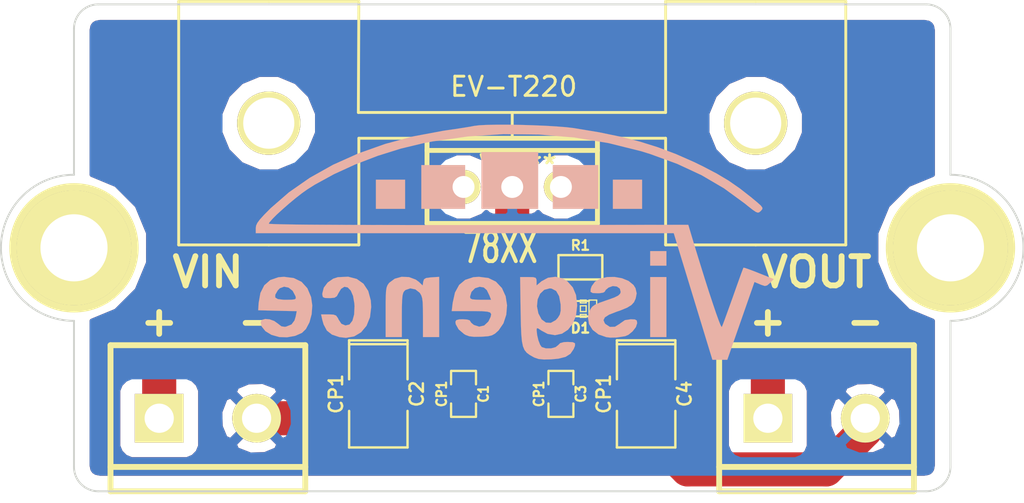
<source format=kicad_pcb>
(kicad_pcb (version 3) (host pcbnew "(2014-03-07 BZR 4737)-product")

  (general
    (links 15)
    (no_connects 0)
    (area 17.729999 17.933599 71.170001 44.450001)
    (thickness 1.6)
    (drawings 18)
    (tracks 42)
    (zones 0)
    (modules 13)
    (nets 5)
  )

  (page A4)
  (layers
    (15 F.Cu signal)
    (0 B.Cu signal)
    (16 B.Adhes user)
    (17 F.Adhes user)
    (18 B.Paste user)
    (19 F.Paste user)
    (20 B.SilkS user)
    (21 F.SilkS user)
    (22 B.Mask user)
    (23 F.Mask user)
    (24 Dwgs.User user)
    (25 Cmts.User user)
    (26 Eco1.User user)
    (27 Eco2.User user)
    (28 Edge.Cuts user)
  )

  (setup
    (last_trace_width 0.508)
    (user_trace_width 1.778)
    (trace_clearance 0.254)
    (zone_clearance 0.762)
    (zone_45_only no)
    (trace_min 0.254)
    (segment_width 0.2)
    (edge_width 0.1)
    (via_size 0.889)
    (via_drill 0.635)
    (via_min_size 0.889)
    (via_min_drill 0.508)
    (uvia_size 0.508)
    (uvia_drill 0.127)
    (uvias_allowed no)
    (uvia_min_size 0.508)
    (uvia_min_drill 0.127)
    (pcb_text_width 0.3)
    (pcb_text_size 1.5 1.5)
    (mod_edge_width 0.15)
    (mod_text_size 1 1)
    (mod_text_width 0.15)
    (pad_size 3.302 3.302)
    (pad_drill 2.667)
    (pad_to_mask_clearance 0)
    (aux_axis_origin 0 0)
    (visible_elements 7FFFFF7F)
    (pcbplotparams
      (layerselection 3178497)
      (usegerberextensions true)
      (excludeedgelayer true)
      (linewidth 0.150000)
      (plotframeref false)
      (viasonmask false)
      (mode 1)
      (useauxorigin false)
      (hpglpennumber 1)
      (hpglpenspeed 20)
      (hpglpendiameter 15)
      (hpglpenoverlay 2)
      (psnegative false)
      (psa4output false)
      (plotreference true)
      (plotvalue true)
      (plotothertext true)
      (plotinvisibletext false)
      (padsonsilk false)
      (subtractmaskfromsilk false)
      (outputformat 1)
      (mirror false)
      (drillshape 0)
      (scaleselection 1)
      (outputdirectory ""))
  )

  (net 0 "")
  (net 1 GND)
  (net 2 "Net-(C1-Pad1)")
  (net 3 "Net-(C3-Pad1)")
  (net 4 "Net-(D1-Pad1)")

  (net_class Default "This is the default net class."
    (clearance 0.254)
    (trace_width 0.508)
    (via_dia 0.889)
    (via_drill 0.635)
    (uvia_dia 0.508)
    (uvia_drill 0.127)
    (add_net "")
    (add_net GND)
    (add_net "Net-(C1-Pad1)")
    (add_net "Net-(C3-Pad1)")
    (add_net "Net-(D1-Pad1)")
  )

  (net_class fat ""
    (clearance 0.254)
    (trace_width 2.54)
    (via_dia 0.889)
    (via_drill 0.635)
    (uvia_dia 0.508)
    (uvia_drill 0.127)
  )

  (module visgence_parts:LOGOMIRROR (layer B.Cu) (tedit 0) (tstamp 531D3D36)
    (at 44.45 31.115)
    (fp_text reference G*** (at 0 -7.19582) (layer B.SilkS) hide
      (effects (font (thickness 0.3048)) (justify mirror))
    )
    (fp_text value LOGO (at 0 7.19582) (layer B.SilkS) hide
      (effects (font (thickness 0.3048)) (justify mirror))
    )
    (fp_poly (pts (xy 3.38582 3.02768) (xy 3.3274 3.53314) (xy 3.15976 3.95478) (xy 2.9083 4.27482)
      (xy 2.59334 4.48056) (xy 2.5273 4.49326) (xy 2.5273 3.27914) (xy 2.52476 2.98196)
      (xy 2.52222 2.94386) (xy 2.44602 2.52476) (xy 2.29108 2.25044) (xy 2.05486 2.12598)
      (xy 1.95072 2.11582) (xy 1.66878 2.19202) (xy 1.45542 2.39522) (xy 1.32588 2.68986)
      (xy 1.29032 3.048) (xy 1.36398 3.42138) (xy 1.53162 3.7338) (xy 1.75768 3.8989)
      (xy 2.01168 3.91414) (xy 2.26822 3.7719) (xy 2.37998 3.64998) (xy 2.48412 3.4798)
      (xy 2.5273 3.27914) (xy 2.5273 4.49326) (xy 2.23266 4.55676) (xy 1.84658 4.49072)
      (xy 1.52654 4.32054) (xy 1.3589 4.20878) (xy 1.28778 4.19354) (xy 1.27254 4.27482)
      (xy 1.27254 4.29006) (xy 1.30048 4.55168) (xy 1.36652 4.82854) (xy 1.45542 5.05714)
      (xy 1.53924 5.17652) (xy 1.75768 5.2451) (xy 2.02184 5.2451) (xy 2.2606 5.1816)
      (xy 2.39014 5.08) (xy 2.50444 4.96824) (xy 2.70002 4.91744) (xy 2.89814 4.90982)
      (xy 3.15976 4.92252) (xy 3.2766 4.98094) (xy 3.27406 5.11556) (xy 3.20294 5.28574)
      (xy 3.03784 5.52704) (xy 2.7813 5.6896) (xy 2.40792 5.78358) (xy 2.032 5.81914)
      (xy 1.64846 5.82676) (xy 1.37414 5.79882) (xy 1.15824 5.72516) (xy 1.10744 5.69976)
      (xy 0.90678 5.58546) (xy 0.75438 5.47116) (xy 0.64008 5.32892) (xy 0.5588 5.13588)
      (xy 0.50546 4.87172) (xy 0.47244 4.5085) (xy 0.45212 4.02844) (xy 0.43942 3.40614)
      (xy 0.43688 3.29438) (xy 0.41148 1.524) (xy 0.84074 1.524) (xy 1.0922 1.52908)
      (xy 1.22174 1.56464) (xy 1.26492 1.64592) (xy 1.27 1.74244) (xy 1.27 1.96088)
      (xy 1.52908 1.74244) (xy 1.86944 1.55956) (xy 2.25806 1.5113) (xy 2.63906 1.60274)
      (xy 2.8829 1.7526) (xy 3.1623 2.06756) (xy 3.3274 2.45872) (xy 3.38582 2.95656)
      (xy 3.38582 3.02768) (xy 3.38582 3.02768)) (layer B.SilkS) (width 0.00254))
    (fp_poly (pts (xy 13.64488 1.63068) (xy 13.44422 1.83388) (xy 13.29944 1.96088) (xy 13.17752 1.99136)
      (xy 12.99464 1.93294) (xy 12.93876 1.91008) (xy 12.6365 1.78308) (xy 11.92784 3.81254)
      (xy 11.21918 5.842) (xy 10.83056 5.842) (xy 10.44194 5.842) (xy 9.43356 2.54)
      (xy 8.42518 -0.762) (xy -2.4765 -0.762) (xy -13.37818 -0.762) (xy -13.37818 -1.03124)
      (xy -13.3604 -1.16078) (xy -13.29436 -1.30302) (xy -13.16228 -1.48082) (xy -12.94638 -1.71958)
      (xy -12.6238 -2.0447) (xy -12.59586 -2.07264) (xy -11.6459 -2.89814) (xy -10.55878 -3.65506)
      (xy -9.3472 -4.33324) (xy -8.03148 -4.92252) (xy -6.62432 -5.42036) (xy -5.14604 -5.8166)
      (xy -3.61188 -6.10362) (xy -3.429 -6.13156) (xy -2.9845 -6.19506) (xy -2.55778 -6.2611)
      (xy -2.19964 -6.31952) (xy -1.98882 -6.36016) (xy -1.72212 -6.39318) (xy -1.31318 -6.4135)
      (xy -0.8001 -6.42366) (xy -0.20828 -6.42366) (xy 0.42926 -6.4135) (xy 1.08204 -6.39318)
      (xy 1.71958 -6.36778) (xy 2.3114 -6.33222) (xy 2.82702 -6.29158) (xy 3.23596 -6.24332)
      (xy 3.25882 -6.23824) (xy 4.51612 -6.02996) (xy 5.6388 -5.79882) (xy 6.65988 -5.53974)
      (xy 7.61746 -5.24002) (xy 8.54456 -4.8895) (xy 9.4742 -4.48056) (xy 9.94918 -4.24942)
      (xy 10.668 -3.8735) (xy 11.2903 -3.50266) (xy 11.87958 -3.09372) (xy 12.50188 -2.60604)
      (xy 12.51204 -2.59588) (xy 12.79906 -2.35712) (xy 12.97178 -2.20218) (xy 13.04798 -2.09804)
      (xy 13.04798 -2.02184) (xy 12.98956 -1.94818) (xy 12.96924 -1.92532) (xy 12.8905 -1.85674)
      (xy 12.8143 -1.83388) (xy 12.70762 -1.87198) (xy 12.54252 -1.98374) (xy 12.28852 -2.18186)
      (xy 12.12342 -2.31648) (xy 11.04392 -3.10388) (xy 9.87806 -3.78714) (xy 8.60552 -4.37896)
      (xy 7.20598 -4.8895) (xy 6.72338 -5.03936) (xy 5.01904 -5.46354) (xy 3.23596 -5.75564)
      (xy 1.40208 -5.90804) (xy -0.45974 -5.92836) (xy -2.31902 -5.80898) (xy -4.1529 -5.5499)
      (xy -4.63296 -5.45846) (xy -5.8166 -5.17398) (xy -7.01548 -4.79806) (xy -8.18896 -4.34848)
      (xy -9.29386 -3.84302) (xy -10.29208 -3.29692) (xy -10.69086 -3.04546) (xy -10.9728 -2.8448)
      (xy -11.29792 -2.5908) (xy -11.64082 -2.30632) (xy -11.97356 -2.01422) (xy -12.27328 -1.74244)
      (xy -12.5095 -1.50622) (xy -12.65936 -1.3335) (xy -12.7 -1.2573) (xy -12.61618 -1.24714)
      (xy -12.3698 -1.23698) (xy -11.9634 -1.22682) (xy -11.40206 -1.21666) (xy -10.6934 -1.20904)
      (xy -9.84504 -1.20396) (xy -8.85698 -1.19888) (xy -7.73684 -1.1938) (xy -6.4897 -1.19126)
      (xy -5.12064 -1.18872) (xy -3.63728 -1.18872) (xy -2.03962 -1.18872) (xy -1.75768 -1.18872)
      (xy 9.18464 -1.20142) (xy 9.31926 -0.7493) (xy 9.5758 0.10414) (xy 9.82472 0.90932)
      (xy 10.0584 1.65862) (xy 10.2743 2.33426) (xy 10.46988 2.92354) (xy 10.63498 3.41122)
      (xy 10.7696 3.7846) (xy 10.86612 4.02844) (xy 10.922 4.1275) (xy 10.93216 4.1275)
      (xy 10.98042 4.0132) (xy 11.0744 3.76682) (xy 11.2014 3.4163) (xy 11.35634 2.98704)
      (xy 11.5189 2.53492) (xy 11.684 2.06756) (xy 11.83132 1.65608) (xy 11.94816 1.33096)
      (xy 12.02944 1.11506) (xy 12.06246 1.03378) (xy 12.14628 1.05156) (xy 12.35202 1.12268)
      (xy 12.64412 1.2319) (xy 12.8651 1.3208) (xy 13.64488 1.63068) (xy 13.64488 1.63068)) (layer B.SilkS) (width 0.00254))
    (fp_poly (pts (xy -10.42924 3.0099) (xy -10.46226 3.46456) (xy -10.57656 3.88874) (xy -10.76198 4.23672)
      (xy -10.96772 4.43738) (xy -11.31824 4.59232) (xy -11.7475 4.66852) (xy -12.14882 4.65582)
      (xy -12.55776 4.54152) (xy -12.87272 4.35102) (xy -13.07084 4.10464) (xy -13.12418 3.87604)
      (xy -13.0556 3.7592) (xy -12.88288 3.71094) (xy -12.65428 3.73126) (xy -12.41806 3.81508)
      (xy -12.23518 3.94462) (xy -12.04214 4.09448) (xy -11.85926 4.12242) (xy -11.7856 4.10718)
      (xy -11.51382 3.99542) (xy -11.35888 3.78968) (xy -11.29538 3.57886) (xy -11.24204 3.30708)
      (xy -11.2903 3.30454) (xy -11.2903 2.6416) (xy -11.29792 2.5527) (xy -11.30808 2.51968)
      (xy -11.45286 2.24536) (xy -11.66114 2.07772) (xy -11.8999 2.02692) (xy -12.12088 2.1082)
      (xy -12.2301 2.21996) (xy -12.35964 2.44602) (xy -12.36218 2.5908) (xy -12.22756 2.67462)
      (xy -11.94308 2.70764) (xy -11.80592 2.71018) (xy -11.50874 2.7051) (xy -11.34872 2.68732)
      (xy -11.2903 2.6416) (xy -11.2903 3.30454) (xy -12.24534 3.28422) (xy -13.25118 3.25882)
      (xy -13.22832 2.87782) (xy -13.13688 2.35458) (xy -12.93368 1.95326) (xy -12.61872 1.67894)
      (xy -12.19708 1.53416) (xy -11.90498 1.5113) (xy -11.39444 1.57734) (xy -10.98804 1.77546)
      (xy -10.68578 2.1082) (xy -10.4902 2.57048) (xy -10.42924 3.0099) (xy -10.42924 3.0099)) (layer B.SilkS) (width 0.00254))
    (fp_poly (pts (xy -7.35584 3.08864) (xy -7.41934 3.62204) (xy -7.59968 4.06654) (xy -7.88162 4.40436)
      (xy -8.24484 4.62026) (xy -8.6741 4.69646) (xy -9.017 4.65836) (xy -9.40562 4.52628)
      (xy -9.66978 4.318) (xy -9.83996 3.99796) (xy -9.91108 3.74904) (xy -9.97204 3.47218)
      (xy -9.57326 3.47218) (xy -9.32434 3.48234) (xy -9.18464 3.53568) (xy -9.0932 3.66268)
      (xy -9.0551 3.7465) (xy -8.91032 3.9624) (xy -8.70966 4.04622) (xy -8.69696 4.04876)
      (xy -8.48868 3.99796) (xy -8.33628 3.80238) (xy -8.24738 3.47726) (xy -8.22706 3.04292)
      (xy -8.23722 2.8956) (xy -8.30326 2.50952) (xy -8.42518 2.22758) (xy -8.58266 2.06502)
      (xy -8.75538 2.032) (xy -8.9281 2.14122) (xy -9.0551 2.3495) (xy -9.14908 2.52476)
      (xy -9.271 2.6035) (xy -9.48436 2.62382) (xy -9.54024 2.62382) (xy -9.76884 2.6162)
      (xy -9.87552 2.57048) (xy -9.906 2.45364) (xy -9.906 2.37236) (xy -9.8298 2.07772)
      (xy -9.6266 1.80848) (xy -9.33704 1.60782) (xy -9.09828 1.53162) (xy -8.5598 1.50622)
      (xy -8.11022 1.62306) (xy -7.75716 1.87452) (xy -7.51078 2.25044) (xy -7.37616 2.74828)
      (xy -7.35584 3.08864) (xy -7.35584 3.08864)) (layer B.SilkS) (width 0.00254))
    (fp_poly (pts (xy 6.52018 3.9243) (xy 6.4516 4.13512) (xy 6.28142 4.3561) (xy 6.06298 4.53644)
      (xy 5.8928 4.6101) (xy 5.45084 4.67868) (xy 5.10286 4.68376) (xy 4.9022 4.65836)
      (xy 4.50088 4.51866) (xy 4.19354 4.28244) (xy 4.00558 3.97764) (xy 3.9497 3.6322)
      (xy 4.01574 3.34264) (xy 4.09194 3.18008) (xy 4.18084 3.06324) (xy 4.318 2.96672)
      (xy 4.53898 2.8702) (xy 4.8768 2.75082) (xy 4.99618 2.71018) (xy 5.32638 2.5908)
      (xy 5.52704 2.49174) (xy 5.62864 2.39268) (xy 5.65658 2.30632) (xy 5.6134 2.12852)
      (xy 5.45846 2.0193) (xy 5.2451 1.9939) (xy 5.02666 2.07264) (xy 4.87934 2.19456)
      (xy 4.826 2.28854) (xy 4.7498 2.3368) (xy 4.5593 2.36728) (xy 4.445 2.36982)
      (xy 4.19354 2.35712) (xy 4.08432 2.29616) (xy 4.09194 2.15392) (xy 4.14528 1.99898)
      (xy 4.318 1.76276) (xy 4.59994 1.60528) (xy 4.95554 1.524) (xy 5.34416 1.51892)
      (xy 5.7277 1.5875) (xy 6.06806 1.7272) (xy 6.32714 1.93802) (xy 6.43128 2.10566)
      (xy 6.49224 2.3749) (xy 6.44144 2.6416) (xy 6.35508 2.83464) (xy 6.21538 2.98704)
      (xy 5.9944 3.12166) (xy 5.65658 3.26136) (xy 5.42798 3.3401) (xy 5.05206 3.48742)
      (xy 4.83362 3.62712) (xy 4.7625 3.7719) (xy 4.826 3.92938) (xy 4.8641 3.9751)
      (xy 5.09524 4.12496) (xy 5.35686 4.11734) (xy 5.62102 3.95478) (xy 5.6388 3.937)
      (xy 5.87756 3.7719) (xy 6.1849 3.72618) (xy 6.4008 3.73634) (xy 6.49732 3.79222)
      (xy 6.51764 3.92176) (xy 6.52018 3.9243) (xy 6.52018 3.9243)) (layer B.SilkS) (width 0.00254))
    (fp_poly (pts (xy -3.81 4.65582) (xy -4.23418 4.65582) (xy -4.65582 4.65582) (xy -4.65582 3.60934)
      (xy -4.6609 3.15976) (xy -4.67106 2.84734) (xy -4.69646 2.63398) (xy -4.74218 2.48666)
      (xy -4.80822 2.37236) (xy -4.83362 2.33934) (xy -5.05714 2.16662) (xy -5.3213 2.11582)
      (xy -5.56514 2.19964) (xy -5.62356 2.25044) (xy -5.68198 2.3368) (xy -5.72008 2.48412)
      (xy -5.74294 2.72034) (xy -5.75564 3.07594) (xy -5.75818 3.52044) (xy -5.75818 4.65582)
      (xy -6.17982 4.65582) (xy -6.604 4.65582) (xy -6.604 3.34772) (xy -6.604 2.84734)
      (xy -6.59638 2.48666) (xy -6.58114 2.23774) (xy -6.5532 2.06756) (xy -6.50748 1.95072)
      (xy -6.44398 1.85674) (xy -6.4135 1.82118) (xy -6.12902 1.61036) (xy -5.77088 1.5113)
      (xy -5.38734 1.52654) (xy -5.03428 1.65608) (xy -4.86918 1.77546) (xy -4.67106 1.96342)
      (xy -4.64312 1.7653) (xy -4.60248 1.64084) (xy -4.4958 1.5748) (xy -4.27736 1.54432)
      (xy -4.21132 1.53924) (xy -3.81 1.51384) (xy -3.81 3.0861) (xy -3.81 4.65582)
      (xy -3.81 4.65582)) (layer B.SilkS) (width 0.00254))
    (fp_poly (pts (xy -0.26924 2.99974) (xy -0.30988 3.48996) (xy -0.4572 3.93954) (xy -0.70866 4.3053)
      (xy -0.72644 4.32308) (xy -0.89662 4.47548) (xy -1.05664 4.56438) (xy -1.25984 4.61264)
      (xy -1.56464 4.6355) (xy -1.63322 4.63804) (xy -1.99136 4.64312) (xy -2.24028 4.61518)
      (xy -2.43332 4.54406) (xy -2.5146 4.4958) (xy -2.79908 4.25196) (xy -2.94894 3.98018)
      (xy -2.96418 3.85826) (xy -2.91846 3.7719) (xy -2.76352 3.73126) (xy -2.58318 3.72618)
      (xy -2.35458 3.74142) (xy -2.21996 3.78206) (xy -2.20218 3.80746) (xy -2.13868 3.90906)
      (xy -1.99898 4.02336) (xy -1.7272 4.11226) (xy -1.46304 4.0513) (xy -1.25222 3.85318)
      (xy -1.22428 3.80492) (xy -1.12776 3.60426) (xy -1.09728 3.4671) (xy -1.1049 3.45186)
      (xy -1.1049 2.71018) (xy -1.1938 2.47904) (xy -1.32588 2.20726) (xy -1.48336 2.0701)
      (xy -1.69926 2.032) (xy -1.94056 2.1082) (xy -2.12598 2.2987) (xy -2.20218 2.55016)
      (xy -2.20218 2.55778) (xy -2.17932 2.6416) (xy -2.08534 2.68732) (xy -1.88468 2.7051)
      (xy -1.65354 2.71018) (xy -1.1049 2.71018) (xy -1.1049 3.45186) (xy -1.14554 3.3782)
      (xy -1.30048 3.32994) (xy -1.57988 3.30708) (xy -2.00152 3.302) (xy -2.12852 3.302)
      (xy -3.15722 3.302) (xy -3.10642 2.86766) (xy -2.98704 2.33172) (xy -2.7686 1.93294)
      (xy -2.4511 1.66878) (xy -2.02946 1.53162) (xy -1.73482 1.5113) (xy -1.24206 1.5748)
      (xy -0.8509 1.7653) (xy -0.53848 2.09804) (xy -0.5334 2.10566) (xy -0.3429 2.52476)
      (xy -0.26924 2.99974) (xy -0.26924 2.99974)) (layer B.SilkS) (width 0.00254))
    (fp_poly (pts (xy 8.04418 4.65582) (xy 7.62 4.65582) (xy 7.19582 4.65582) (xy 7.19582 3.09118)
      (xy 7.19582 1.524) (xy 7.62 1.524) (xy 8.04418 1.524) (xy 8.04418 3.09118)
      (xy 8.04418 4.65582) (xy 8.04418 4.65582)) (layer B.SilkS) (width 0.00254))
    (fp_poly (pts (xy 8.04418 0.93218) (xy 7.62 0.93218) (xy 7.19582 0.93218) (xy 7.19582 0.55118)
      (xy 7.19582 0.17018) (xy 7.62 0.17018) (xy 8.04418 0.17018) (xy 8.04418 0.55118)
      (xy 8.04418 0.93218) (xy 8.04418 0.93218)) (layer B.SilkS) (width 0.00254))
    (fp_poly (pts (xy -5.588 -2.032) (xy -6.35 -2.032) (xy -7.112 -2.032) (xy -7.112 -2.794)
      (xy -7.112 -3.556) (xy -6.35 -3.556) (xy -5.588 -3.556) (xy -5.588 -2.794)
      (xy -5.588 -2.032) (xy -5.588 -2.032)) (layer B.SilkS) (width 0.00254))
    (fp_poly (pts (xy -2.45618 -2.032) (xy -3.59918 -2.032) (xy -4.74218 -2.032) (xy -4.74218 -3.175)
      (xy -4.74218 -4.318) (xy -3.59918 -4.318) (xy -2.45618 -4.318) (xy -2.45618 -3.175)
      (xy -2.45618 -2.032) (xy -2.45618 -2.032)) (layer B.SilkS) (width 0.00254))
    (fp_poly (pts (xy 1.35382 -2.032) (xy -0.127 -2.032) (xy -1.60782 -2.032) (xy -1.60782 -3.51282)
      (xy -1.60782 -4.99618) (xy -0.127 -4.99618) (xy 1.35382 -4.99618) (xy 1.35382 -3.51282)
      (xy 1.35382 -2.032) (xy 1.35382 -2.032)) (layer B.SilkS) (width 0.00254))
    (fp_poly (pts (xy 4.48818 -2.032) (xy 3.302 -2.032) (xy 2.11582 -2.032) (xy 2.11582 -3.175)
      (xy 2.11582 -4.318) (xy 3.302 -4.318) (xy 4.48818 -4.318) (xy 4.48818 -3.175)
      (xy 4.48818 -2.032) (xy 4.48818 -2.032)) (layer B.SilkS) (width 0.00254))
    (fp_poly (pts (xy 6.77418 -2.032) (xy 6.01218 -2.032) (xy 5.25018 -2.032) (xy 5.25018 -2.794)
      (xy 5.25018 -3.556) (xy 6.01218 -3.556) (xy 6.77418 -3.556) (xy 6.77418 -2.794)
      (xy 6.77418 -2.032) (xy 6.77418 -2.032)) (layer B.SilkS) (width 0.00254))
  )

  (module visgence_parts:SM0603_Capa_VIS (layer F.Cu) (tedit 52A163D0) (tstamp 531CF4B2)
    (at 41.91 38.735 270)
    (path /531CE12C)
    (attr smd)
    (fp_text reference C1 (at 0 -1.0414 270) (layer F.SilkS)
      (effects (font (size 0.508 0.4572) (thickness 0.1143)))
    )
    (fp_text value CP1 (at 0 1.143 270) (layer F.SilkS)
      (effects (font (size 0.508 0.4572) (thickness 0.1143)))
    )
    (fp_line (start 0.50038 0.65024) (end 1.19888 0.65024) (layer F.SilkS) (width 0.11938))
    (fp_line (start -0.50038 0.65024) (end -1.19888 0.65024) (layer F.SilkS) (width 0.11938))
    (fp_line (start 0.50038 -0.65024) (end 1.19888 -0.65024) (layer F.SilkS) (width 0.11938))
    (fp_line (start -1.19888 -0.65024) (end -0.50038 -0.65024) (layer F.SilkS) (width 0.11938))
    (fp_line (start 1.19888 -0.635) (end 1.19888 0.635) (layer F.SilkS) (width 0.11938))
    (fp_line (start -1.19888 0.635) (end -1.19888 -0.635) (layer F.SilkS) (width 0.11938))
    (pad 1 smd rect (at -0.762 0 270) (size 0.635 1.143) (layers F.Cu F.Paste F.Mask)
      (net 2 "Net-(C1-Pad1)"))
    (pad 2 smd rect (at 0.762 0 270) (size 0.635 1.143) (layers F.Cu F.Paste F.Mask)
      (net 1 GND))
    (model smd\capacitors\C0603.wrl
      (at (xyz 0 0 0.001))
      (scale (xyz 0.5 0.5 0.5))
      (rotate (xyz 0 0 0))
    )
  )

  (module visgence_parts:SM1210L_VIS (layer F.Cu) (tedit 52A162E3) (tstamp 531CF457)
    (at 37.465 38.735 270)
    (tags "CMS SM")
    (path /531CE399)
    (attr smd)
    (fp_text reference C2 (at 0 -2.0066 270) (layer F.SilkS)
      (effects (font (size 0.7 0.7) (thickness 0.127)))
    )
    (fp_text value CP1 (at 0 2.2098 270) (layer F.SilkS)
      (effects (font (size 0.7 0.7) (thickness 0.127)))
    )
    (fp_line (start -2.794 -1.524) (end -2.794 1.524) (layer F.SilkS) (width 0.127))
    (fp_line (start 0.889 1.524) (end 2.794 1.524) (layer F.SilkS) (width 0.127))
    (fp_line (start 2.794 1.524) (end 2.794 -1.524) (layer F.SilkS) (width 0.127))
    (fp_line (start 2.794 -1.524) (end 0.889 -1.524) (layer F.SilkS) (width 0.127))
    (fp_line (start -0.762 -1.524) (end -2.794 -1.524) (layer F.SilkS) (width 0.127))
    (fp_line (start -2.594 -1.524) (end -2.594 1.524) (layer F.SilkS) (width 0.127))
    (fp_line (start -2.794 1.524) (end -0.762 1.524) (layer F.SilkS) (width 0.127))
    (pad 1 smd rect (at -1.778 0 270) (size 1.778 2.794) (layers F.Cu F.Paste F.Mask)
      (net 2 "Net-(C1-Pad1)"))
    (pad 2 smd rect (at 1.778 0 270) (size 1.778 2.794) (layers F.Cu F.Paste F.Mask)
      (net 1 GND))
    (model smd/chip_cms.wrl
      (at (xyz 0 0 0))
      (scale (xyz 0.2 0.2 0.2))
      (rotate (xyz 0 0 0))
    )
  )

  (module visgence_parts:SM0603_Capa_VIS (layer F.Cu) (tedit 52A163D0) (tstamp 531CE5CE)
    (at 46.99 38.735 270)
    (path /531CE121)
    (attr smd)
    (fp_text reference C3 (at 0 -1.0414 270) (layer F.SilkS)
      (effects (font (size 0.508 0.4572) (thickness 0.1143)))
    )
    (fp_text value CP1 (at 0 1.143 270) (layer F.SilkS)
      (effects (font (size 0.508 0.4572) (thickness 0.1143)))
    )
    (fp_line (start 0.50038 0.65024) (end 1.19888 0.65024) (layer F.SilkS) (width 0.11938))
    (fp_line (start -0.50038 0.65024) (end -1.19888 0.65024) (layer F.SilkS) (width 0.11938))
    (fp_line (start 0.50038 -0.65024) (end 1.19888 -0.65024) (layer F.SilkS) (width 0.11938))
    (fp_line (start -1.19888 -0.65024) (end -0.50038 -0.65024) (layer F.SilkS) (width 0.11938))
    (fp_line (start 1.19888 -0.635) (end 1.19888 0.635) (layer F.SilkS) (width 0.11938))
    (fp_line (start -1.19888 0.635) (end -1.19888 -0.635) (layer F.SilkS) (width 0.11938))
    (pad 1 smd rect (at -0.762 0 270) (size 0.635 1.143) (layers F.Cu F.Paste F.Mask)
      (net 3 "Net-(C3-Pad1)"))
    (pad 2 smd rect (at 0.762 0 270) (size 0.635 1.143) (layers F.Cu F.Paste F.Mask)
      (net 1 GND))
    (model smd\capacitors\C0603.wrl
      (at (xyz 0 0 0.001))
      (scale (xyz 0.5 0.5 0.5))
      (rotate (xyz 0 0 0))
    )
  )

  (module visgence_parts:SM1210L_VIS (layer F.Cu) (tedit 52A162E3) (tstamp 531CE5DB)
    (at 51.435 38.735 270)
    (tags "CMS SM")
    (path /531CE3A4)
    (attr smd)
    (fp_text reference C4 (at 0 -2.0066 270) (layer F.SilkS)
      (effects (font (size 0.7 0.7) (thickness 0.127)))
    )
    (fp_text value CP1 (at 0 2.2098 270) (layer F.SilkS)
      (effects (font (size 0.7 0.7) (thickness 0.127)))
    )
    (fp_line (start -2.794 -1.524) (end -2.794 1.524) (layer F.SilkS) (width 0.127))
    (fp_line (start 0.889 1.524) (end 2.794 1.524) (layer F.SilkS) (width 0.127))
    (fp_line (start 2.794 1.524) (end 2.794 -1.524) (layer F.SilkS) (width 0.127))
    (fp_line (start 2.794 -1.524) (end 0.889 -1.524) (layer F.SilkS) (width 0.127))
    (fp_line (start -0.762 -1.524) (end -2.794 -1.524) (layer F.SilkS) (width 0.127))
    (fp_line (start -2.594 -1.524) (end -2.594 1.524) (layer F.SilkS) (width 0.127))
    (fp_line (start -2.794 1.524) (end -0.762 1.524) (layer F.SilkS) (width 0.127))
    (pad 1 smd rect (at -1.778 0 270) (size 1.778 2.794) (layers F.Cu F.Paste F.Mask)
      (net 3 "Net-(C3-Pad1)"))
    (pad 2 smd rect (at 1.778 0 270) (size 1.778 2.794) (layers F.Cu F.Paste F.Mask)
      (net 1 GND))
    (model smd/chip_cms.wrl
      (at (xyz 0 0 0))
      (scale (xyz 0.2 0.2 0.2))
      (rotate (xyz 0 0 0))
    )
  )

  (module LEDs:LED-0603 (layer F.Cu) (tedit 531CF821) (tstamp 531CE5F7)
    (at 48.006 34.29)
    (descr "LED 0603 smd package")
    (tags "LED led 0603 SMD smd SMT smt smdled SMDLED smtled SMTLED")
    (path /531CE1BA)
    (attr smd)
    (fp_text reference D1 (at 0 1.016) (layer F.SilkS)
      (effects (font (size 0.508 0.508) (thickness 0.127)))
    )
    (fp_text value LED (at 0 1.016) (layer F.SilkS) hide
      (effects (font (size 0.508 0.508) (thickness 0.127)))
    )
    (fp_line (start 0.44958 -0.44958) (end 0.44958 0.44958) (layer F.SilkS) (width 0.06604))
    (fp_line (start 0.44958 0.44958) (end 0.84836 0.44958) (layer F.SilkS) (width 0.06604))
    (fp_line (start 0.84836 -0.44958) (end 0.84836 0.44958) (layer F.SilkS) (width 0.06604))
    (fp_line (start 0.44958 -0.44958) (end 0.84836 -0.44958) (layer F.SilkS) (width 0.06604))
    (fp_line (start -0.84836 -0.44958) (end -0.84836 0.44958) (layer F.SilkS) (width 0.06604))
    (fp_line (start -0.84836 0.44958) (end -0.44958 0.44958) (layer F.SilkS) (width 0.06604))
    (fp_line (start -0.44958 -0.44958) (end -0.44958 0.44958) (layer F.SilkS) (width 0.06604))
    (fp_line (start -0.84836 -0.44958) (end -0.44958 -0.44958) (layer F.SilkS) (width 0.06604))
    (fp_line (start 0 -0.44958) (end 0 -0.29972) (layer F.SilkS) (width 0.06604))
    (fp_line (start 0 -0.29972) (end 0.29972 -0.29972) (layer F.SilkS) (width 0.06604))
    (fp_line (start 0.29972 -0.44958) (end 0.29972 -0.29972) (layer F.SilkS) (width 0.06604))
    (fp_line (start 0 -0.44958) (end 0.29972 -0.44958) (layer F.SilkS) (width 0.06604))
    (fp_line (start 0 0.29972) (end 0 0.44958) (layer F.SilkS) (width 0.06604))
    (fp_line (start 0 0.44958) (end 0.29972 0.44958) (layer F.SilkS) (width 0.06604))
    (fp_line (start 0.29972 0.29972) (end 0.29972 0.44958) (layer F.SilkS) (width 0.06604))
    (fp_line (start 0 0.29972) (end 0.29972 0.29972) (layer F.SilkS) (width 0.06604))
    (fp_line (start 0 -0.14986) (end 0 0.14986) (layer F.SilkS) (width 0.06604))
    (fp_line (start 0 0.14986) (end 0.29972 0.14986) (layer F.SilkS) (width 0.06604))
    (fp_line (start 0.29972 -0.14986) (end 0.29972 0.14986) (layer F.SilkS) (width 0.06604))
    (fp_line (start 0 -0.14986) (end 0.29972 -0.14986) (layer F.SilkS) (width 0.06604))
    (fp_line (start 0.44958 -0.39878) (end -0.44958 -0.39878) (layer F.SilkS) (width 0.1016))
    (fp_line (start 0.44958 0.39878) (end -0.44958 0.39878) (layer F.SilkS) (width 0.1016))
    (pad 1 smd rect (at -0.7493 0) (size 0.79756 0.79756) (layers F.Cu F.Paste F.Mask)
      (net 4 "Net-(D1-Pad1)"))
    (pad 2 smd rect (at 0.7493 0) (size 0.79756 0.79756) (layers F.Cu F.Paste F.Mask)
      (net 1 GND))
    (model smd/led_0805.wrl
      (at (xyz 0 0 0))
      (scale (xyz 0.4 0.4 0.4))
      (rotate (xyz 0 0 0))
    )
  )

  (module Connect:bornier2 (layer F.Cu) (tedit 531CF21A) (tstamp 531CE602)
    (at 28.575 40.005)
    (descr "Bornier d'alimentation 2 pins")
    (tags DEV)
    (path /531CE01B)
    (fp_text reference P1 (at 0 -5.08) (layer F.SilkS) hide
      (effects (font (thickness 0.3048)))
    )
    (fp_text value VIN (at 0 -7.62) (layer F.SilkS)
      (effects (font (thickness 0.3048)))
    )
    (fp_line (start 5.08 2.54) (end -5.08 2.54) (layer F.SilkS) (width 0.3048))
    (fp_line (start 5.08 3.81) (end 5.08 -3.81) (layer F.SilkS) (width 0.3048))
    (fp_line (start 5.08 -3.81) (end -5.08 -3.81) (layer F.SilkS) (width 0.3048))
    (fp_line (start -5.08 -3.81) (end -5.08 3.81) (layer F.SilkS) (width 0.3048))
    (fp_line (start -5.08 3.81) (end 5.08 3.81) (layer F.SilkS) (width 0.3048))
    (pad 1 thru_hole rect (at -2.54 0) (size 2.54 2.54) (drill 1.524) (layers *.Cu *.Mask F.SilkS)
      (net 2 "Net-(C1-Pad1)"))
    (pad 2 thru_hole circle (at 2.54 0) (size 2.54 2.54) (drill 1.524) (layers *.Cu *.Mask F.SilkS)
      (net 1 GND))
    (model Device/bornier_2.wrl
      (at (xyz 0 0 0))
      (scale (xyz 1 1 1))
      (rotate (xyz 0 0 0))
    )
  )

  (module Connect:bornier2 (layer F.Cu) (tedit 531CF26B) (tstamp 531CE60D)
    (at 60.325 40.005)
    (descr "Bornier d'alimentation 2 pins")
    (tags DEV)
    (path /531CE03C)
    (fp_text reference P2 (at 0 -5.08) (layer F.SilkS) hide
      (effects (font (thickness 0.3048)))
    )
    (fp_text value VOUT (at 0 -7.62) (layer F.SilkS)
      (effects (font (thickness 0.3048)))
    )
    (fp_line (start 5.08 2.54) (end -5.08 2.54) (layer F.SilkS) (width 0.3048))
    (fp_line (start 5.08 3.81) (end 5.08 -3.81) (layer F.SilkS) (width 0.3048))
    (fp_line (start 5.08 -3.81) (end -5.08 -3.81) (layer F.SilkS) (width 0.3048))
    (fp_line (start -5.08 -3.81) (end -5.08 3.81) (layer F.SilkS) (width 0.3048))
    (fp_line (start -5.08 3.81) (end 5.08 3.81) (layer F.SilkS) (width 0.3048))
    (pad 1 thru_hole rect (at -2.54 0) (size 2.54 2.54) (drill 1.524) (layers *.Cu *.Mask F.SilkS)
      (net 3 "Net-(C3-Pad1)"))
    (pad 2 thru_hole circle (at 2.54 0) (size 2.54 2.54) (drill 1.524) (layers *.Cu *.Mask F.SilkS)
      (net 1 GND))
    (model Device/bornier_2.wrl
      (at (xyz 0 0 0))
      (scale (xyz 1 1 1))
      (rotate (xyz 0 0 0))
    )
  )

  (module visgence_parts:SM0603_VIS (layer F.Cu) (tedit 531CF82C) (tstamp 531CE617)
    (at 48.006 32.131 180)
    (path /531CE1CE)
    (attr smd)
    (fp_text reference R1 (at 0 1.143 180) (layer F.SilkS)
      (effects (font (size 0.508 0.508) (thickness 0.1143)))
    )
    (fp_text value R (at 0 1.143 180) (layer F.SilkS) hide
      (effects (font (size 0.508 0.508) (thickness 0.1143)))
    )
    (fp_line (start -1.143 -0.635) (end 1.143 -0.635) (layer F.SilkS) (width 0.127))
    (fp_line (start 1.143 -0.635) (end 1.143 0.635) (layer F.SilkS) (width 0.127))
    (fp_line (start 1.143 0.635) (end -1.143 0.635) (layer F.SilkS) (width 0.127))
    (fp_line (start -1.143 0.635) (end -1.143 -0.635) (layer F.SilkS) (width 0.127))
    (pad 1 smd rect (at -0.762 0 180) (size 0.635 1.143) (layers F.Cu F.Paste F.Mask)
      (net 3 "Net-(C3-Pad1)"))
    (pad 2 smd rect (at 0.762 0 180) (size 0.635 1.143) (layers F.Cu F.Paste F.Mask)
      (net 4 "Net-(D1-Pad1)"))
    (model smd\resistors\R0603.wrl
      (at (xyz 0 0 0.001))
      (scale (xyz 0.5 0.5 0.5))
      (rotate (xyz 0 0 0))
    )
  )

  (module Discret:LM78XXV (layer F.Cu) (tedit 531CF266) (tstamp 531CE625)
    (at 44.45 27.94 90)
    (descr "Regulateur TO220 serie LM78xx")
    (tags "TR TO220")
    (path /531CE049)
    (fp_text reference U1 (at 3.81 0 180) (layer F.SilkS) hide
      (effects (font (size 1.524 1.016) (thickness 0.2032)))
    )
    (fp_text value 78XX (at -3.175 -0.635 180) (layer F.SilkS)
      (effects (font (size 1.524 1.016) (thickness 0.2032)))
    )
    (fp_line (start 1.905 -4.445) (end 2.54 -4.445) (layer F.SilkS) (width 0.254))
    (fp_line (start 2.54 -4.445) (end 2.54 4.445) (layer F.SilkS) (width 0.254))
    (fp_line (start 2.54 4.445) (end 1.905 4.445) (layer F.SilkS) (width 0.254))
    (fp_line (start -1.905 -4.445) (end 1.905 -4.445) (layer F.SilkS) (width 0.254))
    (fp_line (start 1.905 -4.445) (end 1.905 4.445) (layer F.SilkS) (width 0.254))
    (fp_line (start 1.905 4.445) (end -1.905 4.445) (layer F.SilkS) (width 0.254))
    (fp_line (start -1.905 4.445) (end -1.905 -4.445) (layer F.SilkS) (width 0.254))
    (pad VI thru_hole circle (at 0 -2.54 90) (size 1.778 1.778) (drill 1.143) (layers *.Cu *.Mask F.SilkS)
      (net 2 "Net-(C1-Pad1)"))
    (pad GND thru_hole rect (at 0 0 90) (size 1.778 1.778) (drill 1.143) (layers *.Cu *.Mask F.SilkS)
      (net 1 GND))
    (pad VO thru_hole circle (at 0 2.54 90) (size 1.778 1.778) (drill 1.143) (layers *.Cu *.Mask F.SilkS)
      (net 3 "Net-(C3-Pad1)"))
    (model ${KIPRJMOD}/to220-2_11cw.wrl
      (at (xyz 0 0 0))
      (scale (xyz 1 1 1))
      (rotate (xyz 0 0 90))
    )
  )

  (module visgence_parts:1pin_C (layer F.Cu) (tedit 531CF881) (tstamp 531CF9E7)
    (at 67.31 31.115)
    (descr "module 1 pin (ou trou mecanique de percage)")
    (tags DEV)
    (path 1pin)
    (fp_text reference h2 (at 0 -3.048) (layer F.SilkS) hide
      (effects (font (size 1.016 1.016) (thickness 0.254)))
    )
    (fp_text value pin (at 0 2.794) (layer F.SilkS) hide
      (effects (font (size 1.016 1.016) (thickness 0.254)))
    )
    (fp_circle (center 0 0) (end 3.175 0.2286) (layer F.SilkS) (width 0.381))
    (pad 1 thru_hole circle (at 0 0) (size 6 6) (drill 3.5) (layers *.Cu *.Mask F.SilkS))
  )

  (module visgence_parts:1pin_C (layer F.Cu) (tedit 531CF872) (tstamp 531CFA05)
    (at 21.59 31.115)
    (descr "module 1 pin (ou trou mecanique de percage)")
    (tags DEV)
    (path 1pin)
    (fp_text reference h1 (at 0 -3.048) (layer F.SilkS) hide
      (effects (font (size 1.016 1.016) (thickness 0.254)))
    )
    (fp_text value pin (at 0 2.794) (layer F.SilkS) hide
      (effects (font (size 1.016 1.016) (thickness 0.254)))
    )
    (fp_circle (center 0 0) (end 3.175 0.2286) (layer F.SilkS) (width 0.381))
    (pad 1 thru_hole circle (at 0 0) (size 6 6) (drill 3.5) (layers *.Cu *.Mask F.SilkS))
  )

  (module visgence_parts:EV-T220 (layer F.Cu) (tedit 531D3324) (tstamp 531D3584)
    (at 44.45 25.4)
    (fp_text reference EV-T220 (at 0.0762 -2.6924) (layer F.SilkS)
      (effects (font (size 1 1) (thickness 0.15)))
    )
    (fp_text value VAL** (at 0.3048 1.397) (layer F.SilkS)
      (effects (font (size 1 1) (thickness 0.15)))
    )
    (fp_line (start 0 0) (end 0 -1.3462) (layer F.SilkS) (width 0.15))
    (fp_line (start -12.7 5.5626) (end -17.399 5.5626) (layer F.SilkS) (width 0.15))
    (fp_line (start -17.399 5.5626) (end -17.399 -7.1374) (layer F.SilkS) (width 0.15))
    (fp_line (start -17.399 -7.1374) (end -12.7 -7.1374) (layer F.SilkS) (width 0.15))
    (fp_line (start 12.7 5.5626) (end 17.399 5.5626) (layer F.SilkS) (width 0.15))
    (fp_line (start 17.399 5.5626) (end 17.399 -7.1374) (layer F.SilkS) (width 0.15))
    (fp_line (start 17.399 -7.1374) (end 12.7 -7.1374) (layer F.SilkS) (width 0.15))
    (fp_line (start 12.7 -7.1374) (end 8.001 -7.1374) (layer F.SilkS) (width 0.15))
    (fp_line (start 8.001 -7.1374) (end 8.001 -1.3462) (layer F.SilkS) (width 0.15))
    (fp_line (start -12.7 -7.1374) (end -8.001 -7.1374) (layer F.SilkS) (width 0.15))
    (fp_line (start -8.001 -7.1374) (end -8.0264 -1.3462) (layer F.SilkS) (width 0.15))
    (fp_line (start -8.0264 -1.3462) (end 8.001 -1.3462) (layer F.SilkS) (width 0.15))
    (fp_line (start 12.7 5.5626) (end 8.001 5.5626) (layer F.SilkS) (width 0.15))
    (fp_line (start 8.001 5.5626) (end 8.001 0) (layer F.SilkS) (width 0.15))
    (fp_line (start -12.7 5.5626) (end -8.001 5.5626) (layer F.SilkS) (width 0.15))
    (fp_line (start -8.001 5.5626) (end -8.001 0) (layer F.SilkS) (width 0.15))
    (fp_line (start 0 0) (end -8.001 0) (layer F.SilkS) (width 0.15))
    (fp_line (start 0 0) (end 8.001 0) (layer F.SilkS) (width 0.15))
    (pad "" thru_hole circle (at -12.7 -0.7874) (size 3.302 3.302) (drill 2.667) (layers *.Cu *.Mask F.SilkS))
    (pad "" thru_hole circle (at 12.7 -0.7874) (size 3.302 3.302) (drill 2.667) (layers *.Cu *.Mask F.SilkS))
  )

  (gr_line (start 21.59 42.545) (end 21.59 34.925) (angle 90) (layer Edge.Cuts) (width 0.1))
  (gr_line (start 66.04 43.815) (end 22.86 43.815) (angle 90) (layer Edge.Cuts) (width 0.1))
  (gr_line (start 67.31 34.925) (end 67.31 42.545) (angle 90) (layer Edge.Cuts) (width 0.1))
  (gr_line (start 67.31 19.685) (end 67.31 27.305) (angle 90) (layer Edge.Cuts) (width 0.1))
  (gr_line (start 22.86 18.415) (end 66.04 18.415) (angle 90) (layer Edge.Cuts) (width 0.1))
  (gr_line (start 21.59 27.305) (end 21.59 19.685) (angle 90) (layer Edge.Cuts) (width 0.1))
  (gr_arc (start 22.86 42.545) (end 22.86 43.815) (angle 90) (layer Edge.Cuts) (width 0.1))
  (gr_arc (start 66.04 42.545) (end 67.31 42.545) (angle 90) (layer Edge.Cuts) (width 0.1))
  (gr_arc (start 66.04 19.685) (end 66.04 18.415) (angle 90) (layer Edge.Cuts) (width 0.1))
  (gr_arc (start 22.86 19.685) (end 21.59 19.685) (angle 90) (layer Edge.Cuts) (width 0.1))
  (gr_arc (start 21.59 31.115) (end 17.78 31.115) (angle 90) (layer Edge.Cuts) (width 0.1))
  (gr_arc (start 21.59 31.115) (end 21.59 34.925) (angle 90) (layer Edge.Cuts) (width 0.1))
  (gr_arc (start 67.31 31.115) (end 71.12 31.115) (angle 90) (layer Edge.Cuts) (width 0.1))
  (gr_arc (start 67.31 31.115) (end 67.31 27.305) (angle 90) (layer Edge.Cuts) (width 0.1))
  (gr_text - (at 62.865 34.925) (layer F.SilkS)
    (effects (font (size 1.5 1.5) (thickness 0.3)))
  )
  (gr_text - (at 31.115 34.925) (layer F.SilkS)
    (effects (font (size 1.5 1.5) (thickness 0.3)))
  )
  (gr_text + (at 26.035 34.925) (layer F.SilkS)
    (effects (font (size 1.5 1.5) (thickness 0.3)))
  )
  (gr_text + (at 57.785 34.925) (layer F.SilkS)
    (effects (font (size 1.5 1.5) (thickness 0.3)))
  )

  (segment (start 48.7553 34.29) (end 48.7553 35.4203) (width 0.508) (layer F.Cu) (net 1))
  (segment (start 48.6156 35.56) (end 44.45 35.56) (width 0.508) (layer F.Cu) (net 1) (tstamp 531D3D55))
  (segment (start 48.7553 35.4203) (end 48.6156 35.56) (width 0.508) (layer F.Cu) (net 1) (tstamp 531D3D54))
  (segment (start 44.45 27.94) (end 44.45 35.56) (width 1.778) (layer F.Cu) (net 1))
  (segment (start 44.45 35.56) (end 44.45 40.513) (width 1.778) (layer F.Cu) (net 1) (tstamp 531D3D58))
  (segment (start 44.45 40.513) (end 44.323 40.513) (width 1.778) (layer F.Cu) (net 1) (tstamp 531D3749))
  (segment (start 46.99 39.497) (end 46.99 39.751) (width 0.508) (layer F.Cu) (net 1))
  (segment (start 46.99 39.751) (end 46.228 40.513) (width 0.508) (layer F.Cu) (net 1) (tstamp 531D3739))
  (segment (start 41.91 39.497) (end 41.91 39.751) (width 0.508) (layer F.Cu) (net 1))
  (segment (start 41.91 39.751) (end 42.672 40.513) (width 0.508) (layer F.Cu) (net 1) (tstamp 531D3734))
  (segment (start 62.865 40.005) (end 62.865 40.64) (width 1.778) (layer F.Cu) (net 1))
  (segment (start 53.594 42.672) (end 51.435 40.513) (width 1.778) (layer F.Cu) (net 1) (tstamp 531D3731))
  (segment (start 60.833 42.672) (end 53.594 42.672) (width 1.778) (layer F.Cu) (net 1) (tstamp 531D3730))
  (segment (start 62.865 40.64) (end 60.833 42.672) (width 1.778) (layer F.Cu) (net 1) (tstamp 531D372F))
  (segment (start 37.465 40.513) (end 42.672 40.513) (width 1.778) (layer F.Cu) (net 1))
  (segment (start 42.672 40.513) (end 44.323 40.513) (width 1.778) (layer F.Cu) (net 1) (tstamp 531D3737))
  (segment (start 44.323 40.513) (end 46.228 40.513) (width 1.778) (layer F.Cu) (net 1) (tstamp 531D374C))
  (segment (start 46.228 40.513) (end 51.435 40.513) (width 1.778) (layer F.Cu) (net 1) (tstamp 531D373C))
  (segment (start 31.115 40.005) (end 34.29 40.005) (width 1.778) (layer F.Cu) (net 1))
  (segment (start 34.798 40.513) (end 37.465 40.513) (width 1.778) (layer F.Cu) (net 1) (tstamp 531D372A))
  (segment (start 34.29 40.005) (end 34.798 40.513) (width 1.778) (layer F.Cu) (net 1) (tstamp 531D3729))
  (segment (start 41.91 37.973) (end 41.91 37.465) (width 0.508) (layer F.Cu) (net 2))
  (segment (start 41.402 36.957) (end 37.465 36.957) (width 0.508) (layer F.Cu) (net 2) (tstamp 531D3D4D))
  (segment (start 41.91 37.465) (end 41.402 36.957) (width 0.508) (layer F.Cu) (net 2) (tstamp 531D3D4C))
  (segment (start 37.465 36.957) (end 37.465 27.94) (width 1.778) (layer F.Cu) (net 2))
  (segment (start 37.465 27.94) (end 36.83 27.94) (width 1.778) (layer F.Cu) (net 2) (tstamp 531D36F0))
  (segment (start 26.035 40.005) (end 26.035 36.195) (width 1.778) (layer F.Cu) (net 2))
  (segment (start 34.29 27.94) (end 36.83 27.94) (width 1.778) (layer F.Cu) (net 2) (tstamp 531D36EC))
  (segment (start 36.83 27.94) (end 41.91 27.94) (width 1.778) (layer F.Cu) (net 2) (tstamp 531D36F3))
  (segment (start 26.035 36.195) (end 34.29 27.94) (width 1.778) (layer F.Cu) (net 2) (tstamp 531D36EB))
  (segment (start 46.99 37.973) (end 46.99 36.83) (width 0.508) (layer F.Cu) (net 3))
  (segment (start 47.117 36.957) (end 51.435 36.957) (width 0.508) (layer F.Cu) (net 3) (tstamp 531D3D51))
  (segment (start 46.99 36.83) (end 47.117 36.957) (width 0.508) (layer F.Cu) (net 3) (tstamp 531D3D50))
  (segment (start 48.768 32.131) (end 51.435 32.131) (width 0.508) (layer F.Cu) (net 3))
  (segment (start 51.435 36.957) (end 51.435 32.131) (width 1.778) (layer F.Cu) (net 3))
  (segment (start 51.435 32.131) (end 51.435 27.94) (width 1.778) (layer F.Cu) (net 3) (tstamp 531D37F0))
  (segment (start 57.785 40.005) (end 57.785 31.75) (width 1.778) (layer F.Cu) (net 3))
  (segment (start 53.975 27.94) (end 51.435 27.94) (width 1.778) (layer F.Cu) (net 3) (tstamp 531D36F7))
  (segment (start 51.435 27.94) (end 46.99 27.94) (width 1.778) (layer F.Cu) (net 3) (tstamp 531D3727))
  (segment (start 57.785 31.75) (end 53.975 27.94) (width 1.778) (layer F.Cu) (net 3) (tstamp 531D36F6))
  (segment (start 47.244 32.131) (end 47.244 34.2773) (width 0.508) (layer F.Cu) (net 4))
  (segment (start 47.244 34.2773) (end 47.2567 34.29) (width 0.508) (layer F.Cu) (net 4) (tstamp 531D37F5))

  (zone (net 1) (net_name GND) (layer B.Cu) (tstamp 531D3B31) (hatch edge 0.508)
    (connect_pads (clearance 0.762))
    (min_thickness 0.254)
    (fill (arc_segments 16) (thermal_gap 0.508) (thermal_bridge_width 0.508))
    (polygon
      (pts
        (xy 69.85 44.45) (xy 19.05 44.45) (xy 19.05 18.415) (xy 69.85 18.415)
      )
    )
    (filled_polygon
      (pts
        (xy 66.371 42.452519) (xy 66.328808 42.664627) (xy 66.261043 42.766044) (xy 66.159627 42.833808) (xy 65.947518 42.876)
        (xy 64.779261 42.876) (xy 64.779261 40.333964) (xy 64.759436 39.576368) (xy 64.507657 38.96852) (xy 64.212777 38.836828)
        (xy 64.033172 39.016433) (xy 64.033172 38.657223) (xy 63.90148 38.362343) (xy 63.193964 38.090739) (xy 62.436368 38.110564)
        (xy 61.82852 38.362343) (xy 61.696828 38.657223) (xy 62.865 39.825395) (xy 64.033172 38.657223) (xy 64.033172 39.016433)
        (xy 63.044605 40.005) (xy 64.212777 41.173172) (xy 64.507657 41.04148) (xy 64.779261 40.333964) (xy 64.779261 42.876)
        (xy 64.033172 42.876) (xy 64.033172 41.352777) (xy 62.865 40.184605) (xy 62.685395 40.36421) (xy 62.685395 40.005)
        (xy 61.517223 38.836828) (xy 61.222343 38.96852) (xy 60.950739 39.676036) (xy 60.970564 40.433632) (xy 61.222343 41.04148)
        (xy 61.517223 41.173172) (xy 62.685395 40.005) (xy 62.685395 40.36421) (xy 61.696828 41.352777) (xy 61.82852 41.647657)
        (xy 62.536036 41.919261) (xy 63.293632 41.899436) (xy 63.90148 41.647657) (xy 64.033172 41.352777) (xy 64.033172 42.876)
        (xy 59.944 42.876) (xy 59.944 41.451833) (xy 59.944 41.098167) (xy 59.944 38.558167) (xy 59.808658 38.231422)
        (xy 59.69044 38.113204) (xy 59.69044 24.109579) (xy 59.304563 23.175685) (xy 58.590673 22.460548) (xy 57.657454 22.073041)
        (xy 56.646979 22.07216) (xy 55.713085 22.458037) (xy 54.997948 23.171927) (xy 54.610441 24.105146) (xy 54.60956 25.115621)
        (xy 54.995437 26.049515) (xy 55.709327 26.764652) (xy 56.642546 27.152159) (xy 57.653021 27.15304) (xy 58.586915 26.767163)
        (xy 59.302052 26.053273) (xy 59.689559 25.120054) (xy 59.69044 24.109579) (xy 59.69044 38.113204) (xy 59.558578 37.981342)
        (xy 59.231833 37.846) (xy 58.878167 37.846) (xy 56.338167 37.846) (xy 56.011422 37.981342) (xy 55.761342 38.231422)
        (xy 55.626 38.558167) (xy 55.626 38.911833) (xy 55.626 41.451833) (xy 55.761342 41.778578) (xy 56.011422 42.028658)
        (xy 56.338167 42.164) (xy 56.691833 42.164) (xy 59.231833 42.164) (xy 59.558578 42.028658) (xy 59.808658 41.778578)
        (xy 59.944 41.451833) (xy 59.944 42.876) (xy 48.768308 42.876) (xy 48.768308 27.587886) (xy 48.498194 26.93416)
        (xy 47.998471 26.433564) (xy 47.345218 26.162309) (xy 46.637886 26.161692) (xy 45.98416 26.431806) (xy 45.800835 26.61481)
        (xy 45.698699 26.512673) (xy 45.46531 26.416) (xy 45.212691 26.416) (xy 44.73575 26.416) (xy 44.577 26.57475)
        (xy 44.577 27.813) (xy 44.597 27.813) (xy 44.597 28.067) (xy 44.577 28.067) (xy 44.577 29.30525)
        (xy 44.73575 29.464) (xy 45.212691 29.464) (xy 45.46531 29.464) (xy 45.698699 29.367327) (xy 45.800717 29.265308)
        (xy 45.981529 29.446436) (xy 46.634782 29.717691) (xy 47.342114 29.718308) (xy 47.99584 29.448194) (xy 48.496436 28.948471)
        (xy 48.767691 28.295218) (xy 48.768308 27.587886) (xy 48.768308 42.876) (xy 44.323 42.876) (xy 44.323 29.30525)
        (xy 44.323 28.067) (xy 44.303 28.067) (xy 44.303 27.813) (xy 44.323 27.813) (xy 44.323 26.57475)
        (xy 44.16425 26.416) (xy 43.687309 26.416) (xy 43.43469 26.416) (xy 43.201301 26.512673) (xy 43.099282 26.614691)
        (xy 42.918471 26.433564) (xy 42.265218 26.162309) (xy 41.557886 26.161692) (xy 40.90416 26.431806) (xy 40.403564 26.931529)
        (xy 40.132309 27.584782) (xy 40.131692 28.292114) (xy 40.401806 28.94584) (xy 40.901529 29.446436) (xy 41.554782 29.717691)
        (xy 42.262114 29.718308) (xy 42.91584 29.448194) (xy 43.099164 29.265189) (xy 43.201301 29.367327) (xy 43.43469 29.464)
        (xy 43.687309 29.464) (xy 44.16425 29.464) (xy 44.323 29.30525) (xy 44.323 42.876) (xy 34.29044 42.876)
        (xy 34.29044 24.109579) (xy 33.904563 23.175685) (xy 33.190673 22.460548) (xy 32.257454 22.073041) (xy 31.246979 22.07216)
        (xy 30.313085 22.458037) (xy 29.597948 23.171927) (xy 29.210441 24.105146) (xy 29.20956 25.115621) (xy 29.595437 26.049515)
        (xy 30.309327 26.764652) (xy 31.242546 27.152159) (xy 32.253021 27.15304) (xy 33.186915 26.767163) (xy 33.902052 26.053273)
        (xy 34.289559 25.120054) (xy 34.29044 24.109579) (xy 34.29044 42.876) (xy 33.029261 42.876) (xy 33.029261 40.333964)
        (xy 33.009436 39.576368) (xy 32.757657 38.96852) (xy 32.462777 38.836828) (xy 32.283172 39.016433) (xy 32.283172 38.657223)
        (xy 32.15148 38.362343) (xy 31.443964 38.090739) (xy 30.686368 38.110564) (xy 30.07852 38.362343) (xy 29.946828 38.657223)
        (xy 31.115 39.825395) (xy 32.283172 38.657223) (xy 32.283172 39.016433) (xy 31.294605 40.005) (xy 32.462777 41.173172)
        (xy 32.757657 41.04148) (xy 33.029261 40.333964) (xy 33.029261 42.876) (xy 32.283172 42.876) (xy 32.283172 41.352777)
        (xy 31.115 40.184605) (xy 30.935395 40.36421) (xy 30.935395 40.005) (xy 29.767223 38.836828) (xy 29.472343 38.96852)
        (xy 29.200739 39.676036) (xy 29.220564 40.433632) (xy 29.472343 41.04148) (xy 29.767223 41.173172) (xy 30.935395 40.005)
        (xy 30.935395 40.36421) (xy 29.946828 41.352777) (xy 30.07852 41.647657) (xy 30.786036 41.919261) (xy 31.543632 41.899436)
        (xy 32.15148 41.647657) (xy 32.283172 41.352777) (xy 32.283172 42.876) (xy 28.194 42.876) (xy 28.194 41.451833)
        (xy 28.194 41.098167) (xy 28.194 38.558167) (xy 28.058658 38.231422) (xy 27.808578 37.981342) (xy 27.481833 37.846)
        (xy 27.128167 37.846) (xy 24.588167 37.846) (xy 24.261422 37.981342) (xy 24.011342 38.231422) (xy 23.876 38.558167)
        (xy 23.876 38.911833) (xy 23.876 41.451833) (xy 24.011342 41.778578) (xy 24.261422 42.028658) (xy 24.588167 42.164)
        (xy 24.941833 42.164) (xy 27.481833 42.164) (xy 27.808578 42.028658) (xy 28.058658 41.778578) (xy 28.194 41.451833)
        (xy 28.194 42.876) (xy 22.95248 42.876) (xy 22.740372 42.833808) (xy 22.638955 42.766043) (xy 22.571191 42.664627)
        (xy 22.529 42.452518) (xy 22.529 34.934917) (xy 23.790064 34.413856) (xy 24.885011 33.320818) (xy 25.478323 31.891964)
        (xy 25.479674 30.344824) (xy 24.888856 28.914936) (xy 23.795818 27.819989) (xy 22.529 27.29396) (xy 22.529 19.777481)
        (xy 22.571191 19.565372) (xy 22.638955 19.463956) (xy 22.740372 19.396191) (xy 22.95248 19.354) (xy 65.947518 19.354)
        (xy 66.159627 19.396191) (xy 66.261043 19.463955) (xy 66.328808 19.565372) (xy 66.371 19.77748) (xy 66.371 27.295082)
        (xy 65.109936 27.816144) (xy 64.014989 28.909182) (xy 63.421677 30.338036) (xy 63.420326 31.885176) (xy 64.011144 33.315064)
        (xy 65.104182 34.410011) (xy 66.371 34.936039) (xy 66.371 42.452519)
      )
    )
  )
  (zone (net 1) (net_name GND) (layer F.Cu) (tstamp 531D3B31) (hatch edge 0.508)
    (connect_pads (clearance 0.762))
    (min_thickness 0.254)
    (fill (arc_segments 16) (thermal_gap 0.508) (thermal_bridge_width 0.508))
    (polygon
      (pts
        (xy 69.85 44.45) (xy 19.05 44.45) (xy 19.05 18.415) (xy 69.85 18.415)
      )
    )
    (filled_polygon
      (pts
        (xy 66.371 42.452519) (xy 66.328808 42.664627) (xy 66.261043 42.766044) (xy 66.159627 42.833808) (xy 65.947518 42.876)
        (xy 64.779261 42.876) (xy 64.779261 40.333964) (xy 64.759436 39.576368) (xy 64.507657 38.96852) (xy 64.212777 38.836828)
        (xy 64.033172 39.016433) (xy 64.033172 38.657223) (xy 63.90148 38.362343) (xy 63.193964 38.090739) (xy 62.436368 38.110564)
        (xy 61.82852 38.362343) (xy 61.696828 38.657223) (xy 62.865 39.825395) (xy 64.033172 38.657223) (xy 64.033172 39.016433)
        (xy 63.044605 40.005) (xy 64.212777 41.173172) (xy 64.507657 41.04148) (xy 64.779261 40.333964) (xy 64.779261 42.876)
        (xy 64.033172 42.876) (xy 64.033172 41.352777) (xy 62.865 40.184605) (xy 62.685395 40.36421) (xy 62.685395 40.005)
        (xy 61.517223 38.836828) (xy 61.222343 38.96852) (xy 60.950739 39.676036) (xy 60.970564 40.433632) (xy 61.222343 41.04148)
        (xy 61.517223 41.173172) (xy 62.685395 40.005) (xy 62.685395 40.36421) (xy 61.696828 41.352777) (xy 61.82852 41.647657)
        (xy 62.536036 41.919261) (xy 63.293632 41.899436) (xy 63.90148 41.647657) (xy 64.033172 41.352777) (xy 64.033172 42.876)
        (xy 59.944 42.876) (xy 59.944 41.451833) (xy 59.944 41.098167) (xy 59.944 38.558167) (xy 59.808658 38.231422)
        (xy 59.69044 38.113204) (xy 59.69044 24.109579) (xy 59.304563 23.175685) (xy 58.590673 22.460548) (xy 57.657454 22.073041)
        (xy 56.646979 22.07216) (xy 55.713085 22.458037) (xy 54.997948 23.171927) (xy 54.610441 24.105146) (xy 54.60956 25.115621)
        (xy 54.995437 26.049515) (xy 55.709327 26.764652) (xy 56.642546 27.152159) (xy 57.653021 27.15304) (xy 58.586915 26.767163)
        (xy 59.302052 26.053273) (xy 59.689559 25.120054) (xy 59.69044 24.109579) (xy 59.69044 38.113204) (xy 59.563 37.985764)
        (xy 59.563 31.75) (xy 59.427658 31.069589) (xy 59.042236 30.492764) (xy 55.232236 26.682764) (xy 54.655411 26.297342)
        (xy 53.975 26.162) (xy 51.435 26.162) (xy 46.990978 26.162) (xy 46.637886 26.161692) (xy 45.98416 26.431806)
        (xy 45.800835 26.61481) (xy 45.698699 26.512673) (xy 45.46531 26.416) (xy 45.212691 26.416) (xy 44.73575 26.416)
        (xy 44.577 26.57475) (xy 44.577 27.813) (xy 44.597 27.813) (xy 44.597 28.067) (xy 44.577 28.067)
        (xy 44.577 29.30525) (xy 44.73575 29.464) (xy 45.212691 29.464) (xy 45.46531 29.464) (xy 45.698699 29.367327)
        (xy 45.800717 29.265308) (xy 45.981529 29.446436) (xy 46.309589 29.582658) (xy 46.634782 29.717691) (xy 46.99 29.718)
        (xy 47.342114 29.718308) (xy 47.342859 29.718) (xy 49.657 29.718) (xy 49.657 30.873764) (xy 49.589078 30.805842)
        (xy 49.262333 30.6705) (xy 48.908667 30.6705) (xy 48.273667 30.6705) (xy 48.006 30.781371) (xy 47.738333 30.6705)
        (xy 47.384667 30.6705) (xy 46.749667 30.6705) (xy 46.422922 30.805842) (xy 46.172842 31.055922) (xy 46.0375 31.382667)
        (xy 46.0375 31.736333) (xy 46.0375 32.879333) (xy 46.101 33.032635) (xy 46.101 33.395517) (xy 45.96892 33.714387)
        (xy 45.96892 34.068053) (xy 45.96892 34.865613) (xy 46.104262 35.192358) (xy 46.354342 35.442438) (xy 46.681087 35.57778)
        (xy 47.034753 35.57778) (xy 47.832313 35.57778) (xy 48.159058 35.442438) (xy 48.277716 35.32378) (xy 48.46955 35.32378)
        (xy 48.6283 35.16503) (xy 48.6283 34.417) (xy 48.6083 34.417) (xy 48.6083 34.163) (xy 48.6283 34.163)
        (xy 48.6283 34.143) (xy 48.8823 34.143) (xy 48.8823 34.163) (xy 48.9023 34.163) (xy 48.9023 34.417)
        (xy 48.8823 34.417) (xy 48.8823 35.16503) (xy 49.04105 35.32378) (xy 49.280389 35.32378) (xy 49.513778 35.227107)
        (xy 49.657 35.083885) (xy 49.657 35.263568) (xy 49.534422 35.314342) (xy 49.284342 35.564422) (xy 49.180963 35.814)
        (xy 47.487262 35.814) (xy 47.427407 35.774006) (xy 46.99 35.687) (xy 46.552593 35.774006) (xy 46.181777 36.021777)
        (xy 45.934006 36.392593) (xy 45.847 36.83) (xy 45.847 36.969764) (xy 45.664842 37.151922) (xy 45.5295 37.478667)
        (xy 45.5295 37.832333) (xy 45.5295 38.467333) (xy 45.664842 38.794078) (xy 45.824638 38.953874) (xy 45.7835 39.053191)
        (xy 45.7835 39.21125) (xy 45.94225 39.37) (xy 46.863 39.37) (xy 46.863 39.35) (xy 47.117 39.35)
        (xy 47.117 39.37) (xy 48.03775 39.37) (xy 48.1965 39.21125) (xy 48.1965 39.053191) (xy 48.155361 38.953874)
        (xy 48.315158 38.794078) (xy 48.4505 38.467333) (xy 48.4505 38.113667) (xy 48.4505 38.1) (xy 49.180963 38.1)
        (xy 49.284342 38.349578) (xy 49.534422 38.599658) (xy 49.861167 38.735) (xy 50.214833 38.735) (xy 51.435 38.735)
        (xy 53.008833 38.735) (xy 53.335578 38.599658) (xy 53.585658 38.349578) (xy 53.721 38.022833) (xy 53.721 37.669167)
        (xy 53.721 35.891167) (xy 53.585658 35.564422) (xy 53.335578 35.314342) (xy 53.213 35.263568) (xy 53.213 32.131)
        (xy 53.213 29.718) (xy 53.238528 29.718) (xy 56.007 32.486472) (xy 56.007 37.985764) (xy 55.761342 38.231422)
        (xy 55.626 38.558167) (xy 55.626 38.911833) (xy 55.626 41.451833) (xy 55.761342 41.778578) (xy 56.011422 42.028658)
        (xy 56.338167 42.164) (xy 56.691833 42.164) (xy 59.231833 42.164) (xy 59.558578 42.028658) (xy 59.808658 41.778578)
        (xy 59.944 41.451833) (xy 59.944 42.876) (xy 53.467 42.876) (xy 53.467 41.528309) (xy 53.467 40.79875)
        (xy 53.467 40.22725) (xy 53.467 39.497691) (xy 53.370327 39.264302) (xy 53.191699 39.085673) (xy 52.95831 38.989)
        (xy 52.705691 38.989) (xy 51.72075 38.989) (xy 51.562 39.14775) (xy 51.562 40.386) (xy 53.30825 40.386)
        (xy 53.467 40.22725) (xy 53.467 40.79875) (xy 53.30825 40.64) (xy 51.562 40.64) (xy 51.562 41.87825)
        (xy 51.72075 42.037) (xy 52.705691 42.037) (xy 52.95831 42.037) (xy 53.191699 41.940327) (xy 53.370327 41.761698)
        (xy 53.467 41.528309) (xy 53.467 42.876) (xy 51.308 42.876) (xy 51.308 41.87825) (xy 51.308 40.64)
        (xy 51.308 40.386) (xy 51.308 39.14775) (xy 51.14925 38.989) (xy 50.164309 38.989) (xy 49.91169 38.989)
        (xy 49.678301 39.085673) (xy 49.499673 39.264302) (xy 49.403 39.497691) (xy 49.403 40.22725) (xy 49.56175 40.386)
        (xy 51.308 40.386) (xy 51.308 40.64) (xy 49.56175 40.64) (xy 49.403 40.79875) (xy 49.403 41.528309)
        (xy 49.499673 41.761698) (xy 49.678301 41.940327) (xy 49.91169 42.037) (xy 50.164309 42.037) (xy 51.14925 42.037)
        (xy 51.308 41.87825) (xy 51.308 42.876) (xy 48.1965 42.876) (xy 48.1965 39.940809) (xy 48.1965 39.78275)
        (xy 48.03775 39.624) (xy 47.117 39.624) (xy 47.117 40.29075) (xy 47.27575 40.4495) (xy 47.435191 40.4495)
        (xy 47.68781 40.4495) (xy 47.921199 40.352827) (xy 48.099827 40.174198) (xy 48.1965 39.940809) (xy 48.1965 42.876)
        (xy 46.863 42.876) (xy 46.863 40.29075) (xy 46.863 39.624) (xy 45.94225 39.624) (xy 45.7835 39.78275)
        (xy 45.7835 39.940809) (xy 45.880173 40.174198) (xy 46.058801 40.352827) (xy 46.29219 40.4495) (xy 46.544809 40.4495)
        (xy 46.70425 40.4495) (xy 46.863 40.29075) (xy 46.863 42.876) (xy 44.323 42.876) (xy 44.323 29.30525)
        (xy 44.323 28.067) (xy 44.303 28.067) (xy 44.303 27.813) (xy 44.323 27.813) (xy 44.323 26.57475)
        (xy 44.16425 26.416) (xy 43.687309 26.416) (xy 43.43469 26.416) (xy 43.201301 26.512673) (xy 43.099282 26.614691)
        (xy 42.918471 26.433564) (xy 42.265218 26.162309) (xy 41.557886 26.161692) (xy 41.55714 26.162) (xy 37.465 26.162)
        (xy 36.83 26.162) (xy 34.29 26.162) (xy 33.669493 26.285426) (xy 33.902052 26.053273) (xy 34.289559 25.120054)
        (xy 34.29044 24.109579) (xy 33.904563 23.175685) (xy 33.190673 22.460548) (xy 32.257454 22.073041) (xy 31.246979 22.07216)
        (xy 30.313085 22.458037) (xy 29.597948 23.171927) (xy 29.210441 24.105146) (xy 29.20956 25.115621) (xy 29.595437 26.049515)
        (xy 30.309327 26.764652) (xy 31.242546 27.152159) (xy 32.253021 27.15304) (xy 32.780394 26.935133) (xy 24.777764 34.937764)
        (xy 24.392342 35.514589) (xy 24.257 36.195) (xy 24.257 37.985764) (xy 24.011342 38.231422) (xy 23.876 38.558167)
        (xy 23.876 38.911833) (xy 23.876 41.451833) (xy 24.011342 41.778578) (xy 24.261422 42.028658) (xy 24.588167 42.164)
        (xy 24.941833 42.164) (xy 27.481833 42.164) (xy 27.808578 42.028658) (xy 28.058658 41.778578) (xy 28.194 41.451833)
        (xy 28.194 41.098167) (xy 28.194 38.558167) (xy 28.058658 38.231422) (xy 27.813 37.985764) (xy 27.813 36.931472)
        (xy 35.026472 29.718) (xy 35.687 29.718) (xy 35.687 35.263568) (xy 35.564422 35.314342) (xy 35.314342 35.564422)
        (xy 35.179 35.891167) (xy 35.179 36.244833) (xy 35.179 38.022833) (xy 35.314342 38.349578) (xy 35.564422 38.599658)
        (xy 35.891167 38.735) (xy 36.244833 38.735) (xy 37.465 38.735) (xy 39.038833 38.735) (xy 39.365578 38.599658)
        (xy 39.615658 38.349578) (xy 39.719036 38.1) (xy 40.4495 38.1) (xy 40.4495 38.467333) (xy 40.584842 38.794078)
        (xy 40.744638 38.953874) (xy 40.7035 39.053191) (xy 40.7035 39.21125) (xy 40.86225 39.37) (xy 41.783 39.37)
        (xy 41.783 39.35) (xy 42.037 39.35) (xy 42.037 39.37) (xy 42.95775 39.37) (xy 43.1165 39.21125)
        (xy 43.1165 39.053191) (xy 43.075361 38.953874) (xy 43.235158 38.794078) (xy 43.3705 38.467333) (xy 43.3705 38.113667)
        (xy 43.3705 37.478667) (xy 43.235158 37.151922) (xy 42.985078 36.901842) (xy 42.842512 36.842789) (xy 42.718223 36.656777)
        (xy 42.210223 36.148777) (xy 41.839407 35.901006) (xy 41.402 35.814) (xy 39.719036 35.814) (xy 39.615658 35.564422)
        (xy 39.365578 35.314342) (xy 39.243 35.263568) (xy 39.243 29.718) (xy 41.909021 29.718) (xy 41.91 29.718)
        (xy 42.262114 29.718308) (xy 42.590411 29.582658) (xy 42.91584 29.448194) (xy 43.099164 29.265189) (xy 43.201301 29.367327)
        (xy 43.43469 29.464) (xy 43.687309 29.464) (xy 44.16425 29.464) (xy 44.323 29.30525) (xy 44.323 42.876)
        (xy 43.1165 42.876) (xy 43.1165 39.940809) (xy 43.1165 39.78275) (xy 42.95775 39.624) (xy 42.037 39.624)
        (xy 42.037 40.29075) (xy 42.19575 40.4495) (xy 42.355191 40.4495) (xy 42.60781 40.4495) (xy 42.841199 40.352827)
        (xy 43.019827 40.174198) (xy 43.1165 39.940809) (xy 43.1165 42.876) (xy 41.783 42.876) (xy 41.783 40.29075)
        (xy 41.783 39.624) (xy 40.86225 39.624) (xy 40.7035 39.78275) (xy 40.7035 39.940809) (xy 40.800173 40.174198)
        (xy 40.978801 40.352827) (xy 41.21219 40.4495) (xy 41.464809 40.4495) (xy 41.62425 40.4495) (xy 41.783 40.29075)
        (xy 41.783 42.876) (xy 39.497 42.876) (xy 39.497 41.528309) (xy 39.497 40.79875) (xy 39.497 40.22725)
        (xy 39.497 39.497691) (xy 39.400327 39.264302) (xy 39.221699 39.085673) (xy 38.98831 38.989) (xy 38.735691 38.989)
        (xy 37.75075 38.989) (xy 37.592 39.14775) (xy 37.592 40.386) (xy 39.33825 40.386) (xy 39.497 40.22725)
        (xy 39.497 40.79875) (xy 39.33825 40.64) (xy 37.592 40.64) (xy 37.592 41.87825) (xy 37.75075 42.037)
        (xy 38.735691 42.037) (xy 38.98831 42.037) (xy 39.221699 41.940327) (xy 39.400327 41.761698) (xy 39.497 41.528309)
        (xy 39.497 42.876) (xy 37.338 42.876) (xy 37.338 41.87825) (xy 37.338 40.64) (xy 37.338 40.386)
        (xy 37.338 39.14775) (xy 37.17925 38.989) (xy 36.194309 38.989) (xy 35.94169 38.989) (xy 35.708301 39.085673)
        (xy 35.529673 39.264302) (xy 35.433 39.497691) (xy 35.433 40.22725) (xy 35.59175 40.386) (xy 37.338 40.386)
        (xy 37.338 40.64) (xy 35.59175 40.64) (xy 35.433 40.79875) (xy 35.433 41.528309) (xy 35.529673 41.761698)
        (xy 35.708301 41.940327) (xy 35.94169 42.037) (xy 36.194309 42.037) (xy 37.17925 42.037) (xy 37.338 41.87825)
        (xy 37.338 42.876) (xy 33.029261 42.876) (xy 33.029261 40.333964) (xy 33.009436 39.576368) (xy 32.757657 38.96852)
        (xy 32.462777 38.836828) (xy 32.283172 39.016433) (xy 32.283172 38.657223) (xy 32.15148 38.362343) (xy 31.443964 38.090739)
        (xy 30.686368 38.110564) (xy 30.07852 38.362343) (xy 29.946828 38.657223) (xy 31.115 39.825395) (xy 32.283172 38.657223)
        (xy 32.283172 39.016433) (xy 31.294605 40.005) (xy 32.462777 41.173172) (xy 32.757657 41.04148) (xy 33.029261 40.333964)
        (xy 33.029261 42.876) (xy 32.283172 42.876) (xy 32.283172 41.352777) (xy 31.115 40.184605) (xy 30.935395 40.36421)
        (xy 30.935395 40.005) (xy 29.767223 38.836828) (xy 29.472343 38.96852) (xy 29.200739 39.676036) (xy 29.220564 40.433632)
        (xy 29.472343 41.04148) (xy 29.767223 41.173172) (xy 30.935395 40.005) (xy 30.935395 40.36421) (xy 29.946828 41.352777)
        (xy 30.07852 41.647657) (xy 30.786036 41.919261) (xy 31.543632 41.899436) (xy 32.15148 41.647657) (xy 32.283172 41.352777)
        (xy 32.283172 42.876) (xy 22.95248 42.876) (xy 22.740372 42.833808) (xy 22.638955 42.766043) (xy 22.571191 42.664627)
        (xy 22.529 42.452518) (xy 22.529 34.934917) (xy 23.790064 34.413856) (xy 24.885011 33.320818) (xy 25.478323 31.891964)
        (xy 25.479674 30.344824) (xy 24.888856 28.914936) (xy 23.795818 27.819989) (xy 22.529 27.29396) (xy 22.529 19.777481)
        (xy 22.571191 19.565372) (xy 22.638955 19.463956) (xy 22.740372 19.396191) (xy 22.95248 19.354) (xy 65.947518 19.354)
        (xy 66.159627 19.396191) (xy 66.261043 19.463955) (xy 66.328808 19.565372) (xy 66.371 19.77748) (xy 66.371 27.295082)
        (xy 65.109936 27.816144) (xy 64.014989 28.909182) (xy 63.421677 30.338036) (xy 63.420326 31.885176) (xy 64.011144 33.315064)
        (xy 65.104182 34.410011) (xy 66.371 34.936039) (xy 66.371 42.452519)
      )
    )
  )
)

</source>
